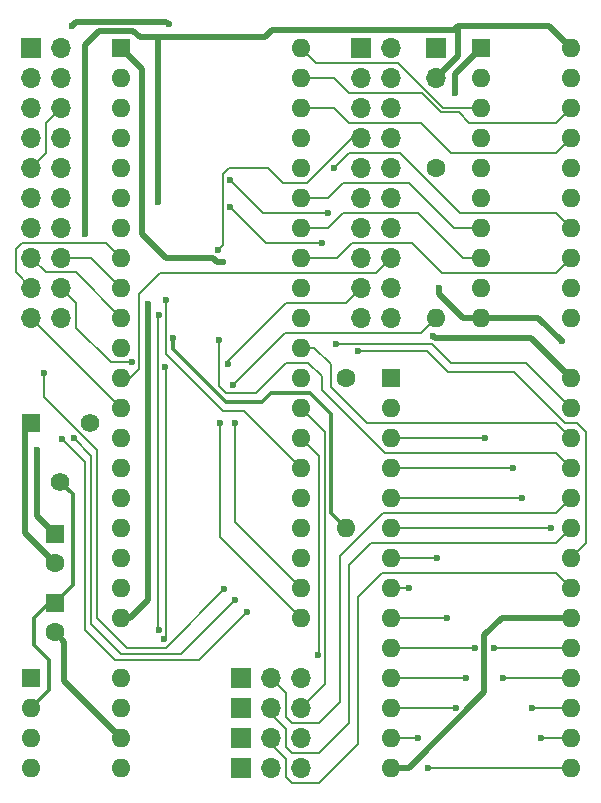
<source format=gtl>
G04 #@! TF.GenerationSoftware,KiCad,Pcbnew,8.0.6*
G04 #@! TF.CreationDate,2025-02-13T00:08:42+01:00*
G04 #@! TF.ProjectId,board_v1,626f6172-645f-4763-912e-6b696361645f,rev?*
G04 #@! TF.SameCoordinates,Original*
G04 #@! TF.FileFunction,Copper,L1,Top*
G04 #@! TF.FilePolarity,Positive*
%FSLAX46Y46*%
G04 Gerber Fmt 4.6, Leading zero omitted, Abs format (unit mm)*
G04 Created by KiCad (PCBNEW 8.0.6) date 2025-02-13 00:08:42*
%MOMM*%
%LPD*%
G01*
G04 APERTURE LIST*
G04 #@! TA.AperFunction,ComponentPad*
%ADD10R,1.600000X1.600000*%
G04 #@! TD*
G04 #@! TA.AperFunction,ComponentPad*
%ADD11O,1.600000X1.600000*%
G04 #@! TD*
G04 #@! TA.AperFunction,ComponentPad*
%ADD12R,1.700000X1.700000*%
G04 #@! TD*
G04 #@! TA.AperFunction,ComponentPad*
%ADD13O,1.700000X1.700000*%
G04 #@! TD*
G04 #@! TA.AperFunction,ComponentPad*
%ADD14C,1.600000*%
G04 #@! TD*
G04 #@! TA.AperFunction,ComponentPad*
%ADD15R,1.560000X1.560000*%
G04 #@! TD*
G04 #@! TA.AperFunction,ComponentPad*
%ADD16C,1.560000*%
G04 #@! TD*
G04 #@! TA.AperFunction,ViaPad*
%ADD17C,0.600000*%
G04 #@! TD*
G04 #@! TA.AperFunction,Conductor*
%ADD18C,0.200000*%
G04 #@! TD*
G04 #@! TA.AperFunction,Conductor*
%ADD19C,0.500000*%
G04 #@! TD*
G04 #@! TA.AperFunction,Conductor*
%ADD20C,0.300000*%
G04 #@! TD*
G04 APERTURE END LIST*
D10*
X106680000Y-76200000D03*
D11*
X106680000Y-78740000D03*
X106680000Y-81280000D03*
X106680000Y-83820000D03*
X106680000Y-86360000D03*
X106680000Y-88900000D03*
X106680000Y-91440000D03*
X106680000Y-93980000D03*
X106680000Y-96520000D03*
X106680000Y-99060000D03*
X114300000Y-99060000D03*
X114300000Y-96520000D03*
X114300000Y-93980000D03*
X114300000Y-91440000D03*
X114300000Y-88900000D03*
X114300000Y-86360000D03*
X114300000Y-83820000D03*
X114300000Y-81280000D03*
X114300000Y-78740000D03*
X114300000Y-76200000D03*
D12*
X68580000Y-76200000D03*
D13*
X71120000Y-76200000D03*
X68580000Y-78740000D03*
X71120000Y-78740000D03*
X68580000Y-81280000D03*
X71120000Y-81280000D03*
X68580000Y-83820000D03*
X71120000Y-83820000D03*
X68580000Y-86360000D03*
X71120000Y-86360000D03*
X68580000Y-88900000D03*
X71120000Y-88900000D03*
X68580000Y-91440000D03*
X71120000Y-91440000D03*
X68580000Y-93980000D03*
X71120000Y-93980000D03*
X68580000Y-96520000D03*
X71120000Y-96520000D03*
X68580000Y-99060000D03*
X71120000Y-99060000D03*
D10*
X99060000Y-104140000D03*
D11*
X99060000Y-106680000D03*
X99060000Y-109220000D03*
X99060000Y-111760000D03*
X99060000Y-114300000D03*
X99060000Y-116840000D03*
X99060000Y-119380000D03*
X99060000Y-121920000D03*
X99060000Y-124460000D03*
X99060000Y-127000000D03*
X99060000Y-129540000D03*
X99060000Y-132080000D03*
X99060000Y-134620000D03*
X99060000Y-137160000D03*
X114300000Y-137160000D03*
X114300000Y-134620000D03*
X114300000Y-132080000D03*
X114300000Y-129540000D03*
X114300000Y-127000000D03*
X114300000Y-124460000D03*
X114300000Y-121920000D03*
X114300000Y-119380000D03*
X114300000Y-116840000D03*
X114300000Y-114300000D03*
X114300000Y-111760000D03*
X114300000Y-109220000D03*
X114300000Y-106680000D03*
X114300000Y-104140000D03*
D10*
X76200000Y-76200000D03*
D11*
X76200000Y-78740000D03*
X76200000Y-81280000D03*
X76200000Y-83820000D03*
X76200000Y-86360000D03*
X76200000Y-88900000D03*
X76200000Y-91440000D03*
X76200000Y-93980000D03*
X76200000Y-96520000D03*
X76200000Y-99060000D03*
X76200000Y-101600000D03*
X76200000Y-104140000D03*
X76200000Y-106680000D03*
X76200000Y-109220000D03*
X76200000Y-111760000D03*
X76200000Y-114300000D03*
X76200000Y-116840000D03*
X76200000Y-119380000D03*
X76200000Y-121920000D03*
X76200000Y-124460000D03*
X91440000Y-124460000D03*
X91440000Y-121920000D03*
X91440000Y-119380000D03*
X91440000Y-116840000D03*
X91440000Y-114300000D03*
X91440000Y-111760000D03*
X91440000Y-109220000D03*
X91440000Y-106680000D03*
X91440000Y-104140000D03*
X91440000Y-101600000D03*
X91440000Y-99060000D03*
X91440000Y-96520000D03*
X91440000Y-93980000D03*
X91440000Y-91440000D03*
X91440000Y-88900000D03*
X91440000Y-86360000D03*
X91440000Y-83820000D03*
X91440000Y-81280000D03*
X91440000Y-78740000D03*
X91440000Y-76200000D03*
D12*
X96520000Y-76200000D03*
D13*
X99060000Y-76200000D03*
X96520000Y-78740000D03*
X99060000Y-78740000D03*
X96520000Y-81280000D03*
X99060000Y-81280000D03*
X96520000Y-83820000D03*
X99060000Y-83820000D03*
X96520000Y-86360000D03*
X99060000Y-86360000D03*
X96520000Y-88900000D03*
X99060000Y-88900000D03*
X96520000Y-91440000D03*
X99060000Y-91440000D03*
X96520000Y-93980000D03*
X99060000Y-93980000D03*
X96520000Y-96520000D03*
X99060000Y-96520000D03*
X96520000Y-99060000D03*
X99060000Y-99060000D03*
D12*
X86360000Y-134620000D03*
D13*
X88900000Y-134620000D03*
X91440000Y-134620000D03*
D10*
X70612000Y-123190000D03*
D14*
X70612000Y-125690000D03*
D12*
X86360000Y-132080000D03*
D13*
X88900000Y-132080000D03*
X91440000Y-132080000D03*
D10*
X70612000Y-117348000D03*
D14*
X70612000Y-119848000D03*
D10*
X68580000Y-129540000D03*
D11*
X68580000Y-132080000D03*
X68580000Y-134620000D03*
X68580000Y-137160000D03*
X76200000Y-137160000D03*
X76200000Y-134620000D03*
X76200000Y-132080000D03*
X76200000Y-129540000D03*
D12*
X86360000Y-129540000D03*
D13*
X88900000Y-129540000D03*
X91440000Y-129540000D03*
D12*
X86360000Y-137160000D03*
D13*
X88900000Y-137160000D03*
X91440000Y-137160000D03*
D14*
X95250000Y-104140000D03*
D11*
X95250000Y-116840000D03*
D14*
X102870000Y-86360000D03*
D11*
X102870000Y-99060000D03*
D15*
X68580000Y-107950000D03*
D16*
X71080000Y-112950000D03*
X73580000Y-107950000D03*
D12*
X102870000Y-76200000D03*
D13*
X102870000Y-78740000D03*
D17*
X93726000Y-90170000D03*
X85436000Y-87376000D03*
X96266000Y-101854000D03*
X94402200Y-101269800D03*
X85436000Y-89662000D03*
X93218000Y-92710000D03*
X85252000Y-102997000D03*
X77114400Y-102852135D03*
X78486000Y-97866200D03*
X80060800Y-97586800D03*
X72034400Y-74371200D03*
X80264000Y-74234600D03*
X103124000Y-96520000D03*
X113512600Y-101066600D03*
X84810600Y-94335600D03*
X104477735Y-80002465D03*
X79460800Y-125476000D03*
X79400400Y-98806000D03*
X73152000Y-91948000D03*
X102642233Y-100600000D03*
X69088000Y-110236000D03*
X79387700Y-89293700D03*
X79959200Y-103200200D03*
X79885735Y-126275735D03*
X92872000Y-127635000D03*
X84493100Y-100977700D03*
X108600000Y-129540000D03*
X105400000Y-129540000D03*
X94234000Y-86360000D03*
X111000000Y-132080000D03*
X102200000Y-137160000D03*
X101400000Y-134620000D03*
X104600000Y-132080000D03*
X107800000Y-127000000D03*
X111800000Y-134620000D03*
X85699600Y-104724200D03*
X80660800Y-100752200D03*
X84442300Y-93332300D03*
X84582000Y-107950000D03*
X85852000Y-107950000D03*
X72199500Y-109283500D03*
X85852000Y-122936000D03*
X69697600Y-103733600D03*
X84963000Y-122047000D03*
X71247000Y-109347000D03*
X86868000Y-123952000D03*
X112600000Y-116840000D03*
X103000000Y-119380000D03*
X110200000Y-114300000D03*
X109400000Y-111760000D03*
X107000000Y-109220000D03*
X106200000Y-127000000D03*
X100600000Y-121920000D03*
X103800000Y-124460000D03*
D18*
X92964000Y-110744000D02*
X92964000Y-127635000D01*
D19*
X72034400Y-74371200D02*
X72390000Y-74015600D01*
X72390000Y-74015600D02*
X80045000Y-74015600D01*
X80045000Y-74015600D02*
X80264000Y-74234600D01*
D18*
X68580000Y-86360000D02*
X69850000Y-85090000D01*
X69850000Y-85090000D02*
X69850000Y-82550000D01*
X69850000Y-82550000D02*
X71120000Y-81280000D01*
X109474000Y-103632000D02*
X113792000Y-107950000D01*
X115570000Y-108712000D02*
X115570000Y-118110000D01*
X85436000Y-87376000D02*
X88230000Y-90170000D01*
X96266000Y-101854000D02*
X102108000Y-101854000D01*
X88230000Y-90170000D02*
X93726000Y-90170000D01*
X102108000Y-101854000D02*
X103886000Y-103632000D01*
X114808000Y-107950000D02*
X115570000Y-108712000D01*
X103886000Y-103632000D02*
X109474000Y-103632000D01*
X113792000Y-107950000D02*
X114808000Y-107950000D01*
X115570000Y-118110000D02*
X114300000Y-119380000D01*
X94402200Y-101269800D02*
X94418000Y-101254000D01*
X93218000Y-92710000D02*
X88484000Y-92710000D01*
X104140000Y-102870000D02*
X110490000Y-102870000D01*
X110490000Y-102870000D02*
X114300000Y-106680000D01*
X88484000Y-92710000D02*
X85436000Y-89662000D01*
X94418000Y-101254000D02*
X102524000Y-101254000D01*
X102524000Y-101254000D02*
X104140000Y-102870000D01*
X90170000Y-97790000D02*
X95250000Y-97790000D01*
X85252000Y-102708000D02*
X90170000Y-97790000D01*
X95250000Y-97790000D02*
X96520000Y-96520000D01*
X85252000Y-102997000D02*
X85252000Y-102708000D01*
D20*
X68834000Y-126746000D02*
X68834000Y-124460000D01*
X70104000Y-123190000D02*
X70612000Y-123190000D01*
X68580000Y-132080000D02*
X70104000Y-130556000D01*
X72136000Y-114006000D02*
X71080000Y-112950000D01*
X70104000Y-130556000D02*
X70104000Y-128016000D01*
X70104000Y-128016000D02*
X68834000Y-126746000D01*
X68834000Y-124460000D02*
X70104000Y-123190000D01*
X72136000Y-121666000D02*
X72136000Y-114006000D01*
X70612000Y-123190000D02*
X72136000Y-121666000D01*
D18*
X72440800Y-97840800D02*
X71120000Y-96520000D01*
X72440800Y-99949000D02*
X72440800Y-97840800D01*
X77114400Y-102852135D02*
X75343935Y-102852135D01*
X75343935Y-102852135D02*
X72440800Y-99949000D01*
D19*
X76962000Y-124460000D02*
X76200000Y-124460000D01*
X78486000Y-122936000D02*
X76962000Y-124460000D01*
X78486000Y-97866200D02*
X78486000Y-122936000D01*
D18*
X84836000Y-106934000D02*
X86614000Y-106934000D01*
X80060800Y-97586800D02*
X80060800Y-102158800D01*
X86614000Y-106934000D02*
X91440000Y-111760000D01*
X80060800Y-102158800D02*
X84836000Y-106934000D01*
D19*
X106984800Y-130755861D02*
X106984800Y-125933200D01*
X68072000Y-117308000D02*
X70612000Y-119848000D01*
X71411999Y-129831999D02*
X76200000Y-134620000D01*
X103124000Y-97028000D02*
X103124000Y-96520000D01*
X106984800Y-125933200D02*
X108458000Y-124460000D01*
X70612000Y-125690000D02*
X71411999Y-126489999D01*
X68580000Y-107950000D02*
X68072000Y-108458000D01*
X104477735Y-78402265D02*
X106680000Y-76200000D01*
X108458000Y-124460000D02*
X114300000Y-124460000D01*
X100580661Y-137160000D02*
X106984800Y-130755861D01*
X106680000Y-99060000D02*
X105156000Y-99060000D01*
D18*
X68580000Y-99060000D02*
X76200000Y-106680000D01*
D19*
X104477735Y-80002465D02*
X104477735Y-78402265D01*
X71411999Y-126489999D02*
X71411999Y-129831999D01*
X68580000Y-107950000D02*
X68488000Y-108042000D01*
X111506000Y-99060000D02*
X106680000Y-99060000D01*
X105156000Y-99060000D02*
X103124000Y-97028000D01*
X68072000Y-108458000D02*
X68072000Y-117308000D01*
X113512600Y-101066600D02*
X111506000Y-99060000D01*
X99060000Y-137160000D02*
X100580661Y-137160000D01*
D18*
X72364600Y-95224600D02*
X69824600Y-95224600D01*
X69824600Y-95224600D02*
X68580000Y-93980000D01*
X76200000Y-99060000D02*
X72364600Y-95224600D01*
X71120000Y-93980000D02*
X73660000Y-93980000D01*
X76200000Y-96520000D02*
X73660000Y-93980000D01*
X79359200Y-125374400D02*
X79460800Y-125476000D01*
X79400400Y-98806000D02*
X79359200Y-98847200D01*
X79359200Y-98847200D02*
X79359200Y-125374400D01*
D19*
X88417400Y-75336400D02*
X77836400Y-75336400D01*
X73152000Y-75946000D02*
X73152000Y-91948000D01*
X104368600Y-74726800D02*
X89027000Y-74726800D01*
X69088000Y-110236000D02*
X69088000Y-115824000D01*
X69088000Y-115824000D02*
X70612000Y-117348000D01*
X104724200Y-74371200D02*
X104368600Y-74726800D01*
X95250000Y-104140000D02*
X95250000Y-103886000D01*
X110960000Y-100800000D02*
X114300000Y-104140000D01*
X102642233Y-100600000D02*
X102842233Y-100800000D01*
X77252200Y-74752200D02*
X74345800Y-74752200D01*
X104724200Y-74371200D02*
X112471200Y-74371200D01*
X102870000Y-78740000D02*
X104724200Y-76885800D01*
X89027000Y-74726800D02*
X88417400Y-75336400D01*
X79387700Y-89293700D02*
X79387700Y-75374500D01*
X74345800Y-74752200D02*
X73152000Y-75946000D01*
X104724200Y-76885800D02*
X104724200Y-74371200D01*
X77836400Y-75336400D02*
X77252200Y-74752200D01*
X102842233Y-100800000D02*
X110960000Y-100800000D01*
X112471200Y-74371200D02*
X114300000Y-76200000D01*
D18*
X80060800Y-103301800D02*
X79959200Y-103200200D01*
X79885735Y-126275735D02*
X80060800Y-126100670D01*
X80060800Y-126100670D02*
X80060800Y-103301800D01*
X97028000Y-107950000D02*
X113030000Y-107950000D01*
X92583000Y-101600000D02*
X93980000Y-102997000D01*
X113030000Y-107950000D02*
X114300000Y-109220000D01*
X93980000Y-104902000D02*
X97028000Y-107950000D01*
X91440000Y-101600000D02*
X92583000Y-101600000D01*
X93980000Y-102997000D02*
X93980000Y-104902000D01*
X90170000Y-130810000D02*
X90170000Y-132842000D01*
X90170000Y-132842000D02*
X90678000Y-133350000D01*
X88900000Y-129540000D02*
X90170000Y-130810000D01*
X90678000Y-133350000D02*
X92964000Y-133350000D01*
X94742000Y-131572000D02*
X94742000Y-119253000D01*
X98425000Y-115570000D02*
X113030000Y-115570000D01*
X94742000Y-119253000D02*
X98425000Y-115570000D01*
X113030000Y-115570000D02*
X114300000Y-114300000D01*
X92964000Y-133350000D02*
X94742000Y-131572000D01*
X97790000Y-95250000D02*
X99060000Y-93980000D01*
X77724000Y-97028000D02*
X79502000Y-95250000D01*
X77724000Y-103378000D02*
X77724000Y-97028000D01*
X76962000Y-104140000D02*
X77724000Y-103378000D01*
X79502000Y-95250000D02*
X97790000Y-95250000D01*
X76200000Y-104140000D02*
X76962000Y-104140000D01*
X93472000Y-130048000D02*
X91440000Y-132080000D01*
X91440000Y-106680000D02*
X93472000Y-108712000D01*
X93472000Y-108712000D02*
X93472000Y-130048000D01*
X95504000Y-120015000D02*
X95504000Y-133350000D01*
X97409000Y-118110000D02*
X95504000Y-120015000D01*
X90170000Y-133858000D02*
X88900000Y-132588000D01*
X90170000Y-135382000D02*
X90170000Y-133858000D01*
X88900000Y-132588000D02*
X88900000Y-132080000D01*
X114300000Y-116840000D02*
X113030000Y-118110000D01*
X92964000Y-135890000D02*
X90678000Y-135890000D01*
X90678000Y-135890000D02*
X90170000Y-135382000D01*
X113030000Y-118110000D02*
X97409000Y-118110000D01*
X95504000Y-133350000D02*
X92964000Y-135890000D01*
X113030000Y-120650000D02*
X98298000Y-120650000D01*
X92964000Y-138430000D02*
X90678000Y-138430000D01*
X96266000Y-122682000D02*
X96266000Y-135128000D01*
X114300000Y-121920000D02*
X113030000Y-120650000D01*
X90170000Y-136398000D02*
X88900000Y-135128000D01*
X96266000Y-135128000D02*
X92964000Y-138430000D01*
X88900000Y-135128000D02*
X88900000Y-134620000D01*
X90170000Y-137922000D02*
X90170000Y-136398000D01*
X98298000Y-120650000D02*
X96266000Y-122682000D01*
X90678000Y-138430000D02*
X90170000Y-137922000D01*
X67818000Y-92710000D02*
X74930000Y-92710000D01*
X67284600Y-93243400D02*
X67818000Y-92710000D01*
X68580000Y-96520000D02*
X67284600Y-95224600D01*
X67284600Y-95224600D02*
X67284600Y-93243400D01*
X74930000Y-92710000D02*
X76200000Y-93980000D01*
X113030000Y-110490000D02*
X114300000Y-111760000D01*
X93218000Y-104038400D02*
X93218000Y-105156000D01*
X90170000Y-102870000D02*
X92049600Y-102870000D01*
X85090000Y-105410000D02*
X87630000Y-105410000D01*
X87630000Y-105410000D02*
X90170000Y-102870000D01*
X98552000Y-110490000D02*
X113030000Y-110490000D01*
X84493100Y-100977700D02*
X84493100Y-104813100D01*
X92049600Y-102870000D02*
X93218000Y-104038400D01*
X93218000Y-105156000D02*
X98552000Y-110490000D01*
X84493100Y-104813100D02*
X85090000Y-105410000D01*
X95504000Y-82550000D02*
X101600000Y-82550000D01*
X91440000Y-81280000D02*
X94234000Y-81280000D01*
X101600000Y-82550000D02*
X104140000Y-85090000D01*
X94234000Y-81280000D02*
X95504000Y-82550000D01*
X104140000Y-85090000D02*
X113030000Y-85090000D01*
X113030000Y-85090000D02*
X114300000Y-83820000D01*
X114300000Y-129540000D02*
X108600000Y-129540000D01*
X99695000Y-77470000D02*
X103505000Y-81280000D01*
X103505000Y-81280000D02*
X106680000Y-81280000D01*
X99060000Y-129540000D02*
X105400000Y-129540000D01*
X92710000Y-77470000D02*
X99695000Y-77470000D01*
X91440000Y-76200000D02*
X92710000Y-77470000D01*
X114300000Y-132080000D02*
X111000000Y-132080000D01*
X114300000Y-91440000D02*
X113030000Y-90170000D01*
X95504000Y-85090000D02*
X94234000Y-86360000D01*
X99822000Y-85090000D02*
X95504000Y-85090000D01*
X113030000Y-90170000D02*
X104902000Y-90170000D01*
X104902000Y-90170000D02*
X99822000Y-85090000D01*
X114300000Y-137160000D02*
X102200000Y-137160000D01*
X101346000Y-90170000D02*
X105156000Y-93980000D01*
X93726000Y-91440000D02*
X94996000Y-90170000D01*
X91440000Y-91440000D02*
X93726000Y-91440000D01*
X105156000Y-93980000D02*
X106680000Y-93980000D01*
X94996000Y-90170000D02*
X101346000Y-90170000D01*
X100584000Y-87630000D02*
X104394000Y-91440000D01*
X94996000Y-87630000D02*
X100584000Y-87630000D01*
X91440000Y-88900000D02*
X93726000Y-88900000D01*
X93726000Y-88900000D02*
X94996000Y-87630000D01*
X104394000Y-91440000D02*
X106680000Y-91440000D01*
X99060000Y-134620000D02*
X101400000Y-134620000D01*
X99060000Y-132080000D02*
X104600000Y-132080000D01*
X113030000Y-82550000D02*
X114300000Y-81280000D01*
X91440000Y-78740000D02*
X94234000Y-78740000D01*
X105664000Y-82550000D02*
X113030000Y-82550000D01*
X101669314Y-80010000D02*
X103339314Y-81680000D01*
X94234000Y-78740000D02*
X95504000Y-80010000D01*
X103339314Y-81680000D02*
X104794000Y-81680000D01*
X95504000Y-80010000D02*
X101669314Y-80010000D01*
X114300000Y-127000000D02*
X107800000Y-127000000D01*
X104794000Y-81680000D02*
X105664000Y-82550000D01*
X95758000Y-92710000D02*
X100838000Y-92710000D01*
X91440000Y-93980000D02*
X94488000Y-93980000D01*
X103378000Y-95250000D02*
X113030000Y-95250000D01*
X114300000Y-134620000D02*
X111800000Y-134620000D01*
X113030000Y-95250000D02*
X114300000Y-93980000D01*
X100838000Y-92710000D02*
X103378000Y-95250000D01*
X94488000Y-93980000D02*
X95758000Y-92710000D01*
X101574600Y-100355400D02*
X102870000Y-99060000D01*
X85699600Y-104724200D02*
X90068400Y-100355400D01*
X90068400Y-100355400D02*
X101574600Y-100355400D01*
X68580000Y-129540000D02*
X69189600Y-129540000D01*
D20*
X93980000Y-107188000D02*
X92202000Y-105410000D01*
X85090000Y-106172000D02*
X80660800Y-101742800D01*
X88900000Y-105410000D02*
X88138000Y-106172000D01*
X80660800Y-101742800D02*
X80660800Y-100752200D01*
X88138000Y-106172000D02*
X85090000Y-106172000D01*
X95250000Y-116840000D02*
X93980000Y-115570000D01*
X92202000Y-105410000D02*
X88900000Y-105410000D01*
X93980000Y-115570000D02*
X93980000Y-107188000D01*
D18*
X88646000Y-86360000D02*
X89916000Y-87630000D01*
X84442300Y-93332300D02*
X84836000Y-92938600D01*
X89916000Y-87630000D02*
X91948000Y-87630000D01*
X91948000Y-87630000D02*
X95758000Y-83820000D01*
X95758000Y-83820000D02*
X96520000Y-83820000D01*
X85344000Y-86360000D02*
X88646000Y-86360000D01*
X84836000Y-92938600D02*
X84836000Y-86868000D01*
X84836000Y-86868000D02*
X85344000Y-86360000D01*
X91440000Y-124460000D02*
X84582000Y-117602000D01*
X84582000Y-117602000D02*
X84582000Y-107950000D01*
X85852000Y-116332000D02*
X85852000Y-107950000D01*
X91440000Y-121920000D02*
X85852000Y-116332000D01*
X81280000Y-127508000D02*
X85852000Y-122936000D01*
X76200000Y-127508000D02*
X81280000Y-127508000D01*
X73660000Y-124968000D02*
X76200000Y-127508000D01*
X72199500Y-109283500D02*
X73660000Y-110744000D01*
X73660000Y-110744000D02*
X73660000Y-124968000D01*
X69697600Y-103733600D02*
X69697600Y-105765600D01*
X69697600Y-105765600D02*
X74168000Y-110236000D01*
X74168000Y-124460000D02*
X76708000Y-127000000D01*
X80010000Y-127000000D02*
X84963000Y-122047000D01*
X91440000Y-114300000D02*
X91440000Y-114894529D01*
X74168000Y-110236000D02*
X74168000Y-124460000D01*
X76708000Y-127000000D02*
X80010000Y-127000000D01*
X71247000Y-109347000D02*
X73152000Y-111252000D01*
X75692000Y-128016000D02*
X82804000Y-128016000D01*
X73152000Y-125476000D02*
X75692000Y-128016000D01*
X82804000Y-128016000D02*
X86868000Y-123952000D01*
X73152000Y-111252000D02*
X73152000Y-125476000D01*
X99060000Y-116840000D02*
X112600000Y-116840000D01*
X99060000Y-119380000D02*
X103000000Y-119380000D01*
X99060000Y-114300000D02*
X110200000Y-114300000D01*
X99060000Y-111760000D02*
X109400000Y-111760000D01*
X99060000Y-109220000D02*
X107000000Y-109220000D01*
X99060000Y-127000000D02*
X106200000Y-127000000D01*
X99060000Y-121920000D02*
X100600000Y-121920000D01*
X99060000Y-124460000D02*
X103800000Y-124460000D01*
D19*
X80010000Y-93980000D02*
X77978000Y-91948000D01*
X77978000Y-77978000D02*
X76200000Y-76200000D01*
X84029339Y-93980000D02*
X80010000Y-93980000D01*
X77978000Y-91948000D02*
X77978000Y-77978000D01*
X84810600Y-94335600D02*
X84384939Y-94335600D01*
X84384939Y-94335600D02*
X84029339Y-93980000D01*
D18*
X91440000Y-109220000D02*
X92964000Y-110744000D01*
M02*

</source>
